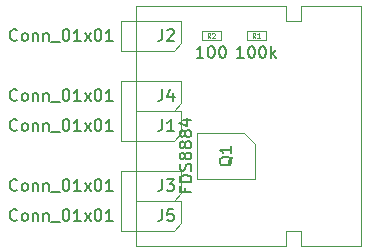
<source format=gbr>
%TF.GenerationSoftware,KiCad,Pcbnew,(5.1.9)-1*%
%TF.CreationDate,2021-04-16T00:55:01+02:00*%
%TF.ProjectId,13_TOR_N,31335f54-4f52-45f4-9e2e-6b696361645f,rev?*%
%TF.SameCoordinates,Original*%
%TF.FileFunction,Other,Fab,Top*%
%FSLAX46Y46*%
G04 Gerber Fmt 4.6, Leading zero omitted, Abs format (unit mm)*
G04 Created by KiCad (PCBNEW (5.1.9)-1) date 2021-04-16 00:55:01*
%MOMM*%
%LPD*%
G01*
G04 APERTURE LIST*
%TA.AperFunction,Profile*%
%ADD10C,0.050000*%
%TD*%
%ADD11C,0.100000*%
%ADD12C,0.120000*%
%ADD13C,0.150000*%
%ADD14C,0.060000*%
G04 APERTURE END LIST*
D10*
X115570000Y-60960000D02*
X120650000Y-60960000D01*
X115570000Y-62230000D02*
X115570000Y-60960000D01*
X114300000Y-62230000D02*
X115570000Y-62230000D01*
X114300000Y-60960000D02*
X114300000Y-62230000D01*
X115570000Y-81280000D02*
X120650000Y-81280000D01*
X115570000Y-80010000D02*
X115570000Y-81280000D01*
X114300000Y-80010000D02*
X115570000Y-80010000D01*
X114300000Y-81280000D02*
X114300000Y-80010000D01*
X101600000Y-62230000D02*
X101600000Y-60960000D01*
X100330000Y-62230000D02*
X101600000Y-62230000D01*
X100330000Y-64770000D02*
X100330000Y-62230000D01*
X101600000Y-64770000D02*
X100330000Y-64770000D01*
X100330000Y-72390000D02*
X100330000Y-67310000D01*
X101600000Y-72390000D02*
X100330000Y-72390000D01*
X101600000Y-74930000D02*
X101600000Y-72390000D01*
X100330000Y-74930000D02*
X101600000Y-74930000D01*
X120650000Y-60960000D02*
X120650000Y-81280000D01*
X101600000Y-60960000D02*
X114300000Y-60960000D01*
X101600000Y-80010000D02*
X101600000Y-81280000D01*
X100330000Y-80010000D02*
X101600000Y-80010000D01*
X101600000Y-64770000D02*
X101600000Y-67310000D01*
X101600000Y-67310000D02*
X100330000Y-67310000D01*
X114300000Y-81280000D02*
X101600000Y-81280000D01*
X100330000Y-80010000D02*
X100330000Y-74930000D01*
D11*
%TO.C,J1*%
X105410000Y-71755000D02*
X104775000Y-72390000D01*
X105410000Y-69850000D02*
X105410000Y-71755000D01*
X102870000Y-69850000D02*
X105410000Y-69850000D01*
X101600000Y-69850000D02*
X102870000Y-69850000D01*
X104775000Y-72390000D02*
X101600000Y-72390000D01*
D12*
X101600000Y-73025000D02*
X101600000Y-69215000D01*
%TO.C,J2*%
X101600000Y-65405000D02*
X101600000Y-61595000D01*
D11*
X104775000Y-64770000D02*
X101600000Y-64770000D01*
X101600000Y-62230000D02*
X102870000Y-62230000D01*
X102870000Y-62230000D02*
X105410000Y-62230000D01*
X105410000Y-62230000D02*
X105410000Y-64135000D01*
X105410000Y-64135000D02*
X104775000Y-64770000D01*
D12*
%TO.C,J3*%
X101600000Y-78105000D02*
X101600000Y-74295000D01*
D11*
X104775000Y-77470000D02*
X101600000Y-77470000D01*
X101600000Y-74930000D02*
X102870000Y-74930000D01*
X102870000Y-74930000D02*
X105410000Y-74930000D01*
X105410000Y-74930000D02*
X105410000Y-76835000D01*
X105410000Y-76835000D02*
X104775000Y-77470000D01*
%TO.C,R1*%
X110960000Y-63900000D02*
X110960000Y-63100000D01*
X110960000Y-63100000D02*
X112560000Y-63100000D01*
X112560000Y-63100000D02*
X112560000Y-63900000D01*
X112560000Y-63900000D02*
X110960000Y-63900000D01*
%TO.C,R2*%
X108750000Y-63900000D02*
X107150000Y-63900000D01*
X108750000Y-63100000D02*
X108750000Y-63900000D01*
X107150000Y-63100000D02*
X108750000Y-63100000D01*
X107150000Y-63900000D02*
X107150000Y-63100000D01*
%TO.C,J4*%
X105410000Y-69215000D02*
X104775000Y-69850000D01*
X105410000Y-67310000D02*
X105410000Y-69215000D01*
X102870000Y-67310000D02*
X105410000Y-67310000D01*
X101600000Y-67310000D02*
X102870000Y-67310000D01*
X104775000Y-69850000D02*
X101600000Y-69850000D01*
D12*
X101600000Y-70485000D02*
X101600000Y-66675000D01*
%TO.C,J5*%
X101600000Y-80645000D02*
X101600000Y-76835000D01*
D11*
X104775000Y-80010000D02*
X101600000Y-80010000D01*
X101600000Y-77470000D02*
X102870000Y-77470000D01*
X102870000Y-77470000D02*
X105410000Y-77470000D01*
X105410000Y-77470000D02*
X105410000Y-79375000D01*
X105410000Y-79375000D02*
X104775000Y-80010000D01*
%TO.C,Q1*%
X110695000Y-71710000D02*
X111670000Y-72685000D01*
X106770000Y-71710000D02*
X110695000Y-71710000D01*
X106770000Y-75610000D02*
X106770000Y-71710000D01*
X111670000Y-75610000D02*
X106770000Y-75610000D01*
X111670000Y-72685000D02*
X111670000Y-75610000D01*
%TD*%
%TO.C,J1*%
D13*
X91511904Y-71477142D02*
X91464285Y-71524761D01*
X91321428Y-71572380D01*
X91226190Y-71572380D01*
X91083333Y-71524761D01*
X90988095Y-71429523D01*
X90940476Y-71334285D01*
X90892857Y-71143809D01*
X90892857Y-71000952D01*
X90940476Y-70810476D01*
X90988095Y-70715238D01*
X91083333Y-70620000D01*
X91226190Y-70572380D01*
X91321428Y-70572380D01*
X91464285Y-70620000D01*
X91511904Y-70667619D01*
X92083333Y-71572380D02*
X91988095Y-71524761D01*
X91940476Y-71477142D01*
X91892857Y-71381904D01*
X91892857Y-71096190D01*
X91940476Y-71000952D01*
X91988095Y-70953333D01*
X92083333Y-70905714D01*
X92226190Y-70905714D01*
X92321428Y-70953333D01*
X92369047Y-71000952D01*
X92416666Y-71096190D01*
X92416666Y-71381904D01*
X92369047Y-71477142D01*
X92321428Y-71524761D01*
X92226190Y-71572380D01*
X92083333Y-71572380D01*
X92845238Y-70905714D02*
X92845238Y-71572380D01*
X92845238Y-71000952D02*
X92892857Y-70953333D01*
X92988095Y-70905714D01*
X93130952Y-70905714D01*
X93226190Y-70953333D01*
X93273809Y-71048571D01*
X93273809Y-71572380D01*
X93750000Y-70905714D02*
X93750000Y-71572380D01*
X93750000Y-71000952D02*
X93797619Y-70953333D01*
X93892857Y-70905714D01*
X94035714Y-70905714D01*
X94130952Y-70953333D01*
X94178571Y-71048571D01*
X94178571Y-71572380D01*
X94416666Y-71667619D02*
X95178571Y-71667619D01*
X95607142Y-70572380D02*
X95702380Y-70572380D01*
X95797619Y-70620000D01*
X95845238Y-70667619D01*
X95892857Y-70762857D01*
X95940476Y-70953333D01*
X95940476Y-71191428D01*
X95892857Y-71381904D01*
X95845238Y-71477142D01*
X95797619Y-71524761D01*
X95702380Y-71572380D01*
X95607142Y-71572380D01*
X95511904Y-71524761D01*
X95464285Y-71477142D01*
X95416666Y-71381904D01*
X95369047Y-71191428D01*
X95369047Y-70953333D01*
X95416666Y-70762857D01*
X95464285Y-70667619D01*
X95511904Y-70620000D01*
X95607142Y-70572380D01*
X96892857Y-71572380D02*
X96321428Y-71572380D01*
X96607142Y-71572380D02*
X96607142Y-70572380D01*
X96511904Y-70715238D01*
X96416666Y-70810476D01*
X96321428Y-70858095D01*
X97226190Y-71572380D02*
X97750000Y-70905714D01*
X97226190Y-70905714D02*
X97750000Y-71572380D01*
X98321428Y-70572380D02*
X98416666Y-70572380D01*
X98511904Y-70620000D01*
X98559523Y-70667619D01*
X98607142Y-70762857D01*
X98654761Y-70953333D01*
X98654761Y-71191428D01*
X98607142Y-71381904D01*
X98559523Y-71477142D01*
X98511904Y-71524761D01*
X98416666Y-71572380D01*
X98321428Y-71572380D01*
X98226190Y-71524761D01*
X98178571Y-71477142D01*
X98130952Y-71381904D01*
X98083333Y-71191428D01*
X98083333Y-70953333D01*
X98130952Y-70762857D01*
X98178571Y-70667619D01*
X98226190Y-70620000D01*
X98321428Y-70572380D01*
X99607142Y-71572380D02*
X99035714Y-71572380D01*
X99321428Y-71572380D02*
X99321428Y-70572380D01*
X99226190Y-70715238D01*
X99130952Y-70810476D01*
X99035714Y-70858095D01*
X103806666Y-70572380D02*
X103806666Y-71286666D01*
X103759047Y-71429523D01*
X103663809Y-71524761D01*
X103520952Y-71572380D01*
X103425714Y-71572380D01*
X104806666Y-71572380D02*
X104235238Y-71572380D01*
X104520952Y-71572380D02*
X104520952Y-70572380D01*
X104425714Y-70715238D01*
X104330476Y-70810476D01*
X104235238Y-70858095D01*
%TO.C,J2*%
X91511904Y-63857142D02*
X91464285Y-63904761D01*
X91321428Y-63952380D01*
X91226190Y-63952380D01*
X91083333Y-63904761D01*
X90988095Y-63809523D01*
X90940476Y-63714285D01*
X90892857Y-63523809D01*
X90892857Y-63380952D01*
X90940476Y-63190476D01*
X90988095Y-63095238D01*
X91083333Y-63000000D01*
X91226190Y-62952380D01*
X91321428Y-62952380D01*
X91464285Y-63000000D01*
X91511904Y-63047619D01*
X92083333Y-63952380D02*
X91988095Y-63904761D01*
X91940476Y-63857142D01*
X91892857Y-63761904D01*
X91892857Y-63476190D01*
X91940476Y-63380952D01*
X91988095Y-63333333D01*
X92083333Y-63285714D01*
X92226190Y-63285714D01*
X92321428Y-63333333D01*
X92369047Y-63380952D01*
X92416666Y-63476190D01*
X92416666Y-63761904D01*
X92369047Y-63857142D01*
X92321428Y-63904761D01*
X92226190Y-63952380D01*
X92083333Y-63952380D01*
X92845238Y-63285714D02*
X92845238Y-63952380D01*
X92845238Y-63380952D02*
X92892857Y-63333333D01*
X92988095Y-63285714D01*
X93130952Y-63285714D01*
X93226190Y-63333333D01*
X93273809Y-63428571D01*
X93273809Y-63952380D01*
X93750000Y-63285714D02*
X93750000Y-63952380D01*
X93750000Y-63380952D02*
X93797619Y-63333333D01*
X93892857Y-63285714D01*
X94035714Y-63285714D01*
X94130952Y-63333333D01*
X94178571Y-63428571D01*
X94178571Y-63952380D01*
X94416666Y-64047619D02*
X95178571Y-64047619D01*
X95607142Y-62952380D02*
X95702380Y-62952380D01*
X95797619Y-63000000D01*
X95845238Y-63047619D01*
X95892857Y-63142857D01*
X95940476Y-63333333D01*
X95940476Y-63571428D01*
X95892857Y-63761904D01*
X95845238Y-63857142D01*
X95797619Y-63904761D01*
X95702380Y-63952380D01*
X95607142Y-63952380D01*
X95511904Y-63904761D01*
X95464285Y-63857142D01*
X95416666Y-63761904D01*
X95369047Y-63571428D01*
X95369047Y-63333333D01*
X95416666Y-63142857D01*
X95464285Y-63047619D01*
X95511904Y-63000000D01*
X95607142Y-62952380D01*
X96892857Y-63952380D02*
X96321428Y-63952380D01*
X96607142Y-63952380D02*
X96607142Y-62952380D01*
X96511904Y-63095238D01*
X96416666Y-63190476D01*
X96321428Y-63238095D01*
X97226190Y-63952380D02*
X97750000Y-63285714D01*
X97226190Y-63285714D02*
X97750000Y-63952380D01*
X98321428Y-62952380D02*
X98416666Y-62952380D01*
X98511904Y-63000000D01*
X98559523Y-63047619D01*
X98607142Y-63142857D01*
X98654761Y-63333333D01*
X98654761Y-63571428D01*
X98607142Y-63761904D01*
X98559523Y-63857142D01*
X98511904Y-63904761D01*
X98416666Y-63952380D01*
X98321428Y-63952380D01*
X98226190Y-63904761D01*
X98178571Y-63857142D01*
X98130952Y-63761904D01*
X98083333Y-63571428D01*
X98083333Y-63333333D01*
X98130952Y-63142857D01*
X98178571Y-63047619D01*
X98226190Y-63000000D01*
X98321428Y-62952380D01*
X99607142Y-63952380D02*
X99035714Y-63952380D01*
X99321428Y-63952380D02*
X99321428Y-62952380D01*
X99226190Y-63095238D01*
X99130952Y-63190476D01*
X99035714Y-63238095D01*
X103806666Y-62952380D02*
X103806666Y-63666666D01*
X103759047Y-63809523D01*
X103663809Y-63904761D01*
X103520952Y-63952380D01*
X103425714Y-63952380D01*
X104235238Y-63047619D02*
X104282857Y-63000000D01*
X104378095Y-62952380D01*
X104616190Y-62952380D01*
X104711428Y-63000000D01*
X104759047Y-63047619D01*
X104806666Y-63142857D01*
X104806666Y-63238095D01*
X104759047Y-63380952D01*
X104187619Y-63952380D01*
X104806666Y-63952380D01*
%TO.C,J3*%
X91511904Y-76557142D02*
X91464285Y-76604761D01*
X91321428Y-76652380D01*
X91226190Y-76652380D01*
X91083333Y-76604761D01*
X90988095Y-76509523D01*
X90940476Y-76414285D01*
X90892857Y-76223809D01*
X90892857Y-76080952D01*
X90940476Y-75890476D01*
X90988095Y-75795238D01*
X91083333Y-75700000D01*
X91226190Y-75652380D01*
X91321428Y-75652380D01*
X91464285Y-75700000D01*
X91511904Y-75747619D01*
X92083333Y-76652380D02*
X91988095Y-76604761D01*
X91940476Y-76557142D01*
X91892857Y-76461904D01*
X91892857Y-76176190D01*
X91940476Y-76080952D01*
X91988095Y-76033333D01*
X92083333Y-75985714D01*
X92226190Y-75985714D01*
X92321428Y-76033333D01*
X92369047Y-76080952D01*
X92416666Y-76176190D01*
X92416666Y-76461904D01*
X92369047Y-76557142D01*
X92321428Y-76604761D01*
X92226190Y-76652380D01*
X92083333Y-76652380D01*
X92845238Y-75985714D02*
X92845238Y-76652380D01*
X92845238Y-76080952D02*
X92892857Y-76033333D01*
X92988095Y-75985714D01*
X93130952Y-75985714D01*
X93226190Y-76033333D01*
X93273809Y-76128571D01*
X93273809Y-76652380D01*
X93750000Y-75985714D02*
X93750000Y-76652380D01*
X93750000Y-76080952D02*
X93797619Y-76033333D01*
X93892857Y-75985714D01*
X94035714Y-75985714D01*
X94130952Y-76033333D01*
X94178571Y-76128571D01*
X94178571Y-76652380D01*
X94416666Y-76747619D02*
X95178571Y-76747619D01*
X95607142Y-75652380D02*
X95702380Y-75652380D01*
X95797619Y-75700000D01*
X95845238Y-75747619D01*
X95892857Y-75842857D01*
X95940476Y-76033333D01*
X95940476Y-76271428D01*
X95892857Y-76461904D01*
X95845238Y-76557142D01*
X95797619Y-76604761D01*
X95702380Y-76652380D01*
X95607142Y-76652380D01*
X95511904Y-76604761D01*
X95464285Y-76557142D01*
X95416666Y-76461904D01*
X95369047Y-76271428D01*
X95369047Y-76033333D01*
X95416666Y-75842857D01*
X95464285Y-75747619D01*
X95511904Y-75700000D01*
X95607142Y-75652380D01*
X96892857Y-76652380D02*
X96321428Y-76652380D01*
X96607142Y-76652380D02*
X96607142Y-75652380D01*
X96511904Y-75795238D01*
X96416666Y-75890476D01*
X96321428Y-75938095D01*
X97226190Y-76652380D02*
X97750000Y-75985714D01*
X97226190Y-75985714D02*
X97750000Y-76652380D01*
X98321428Y-75652380D02*
X98416666Y-75652380D01*
X98511904Y-75700000D01*
X98559523Y-75747619D01*
X98607142Y-75842857D01*
X98654761Y-76033333D01*
X98654761Y-76271428D01*
X98607142Y-76461904D01*
X98559523Y-76557142D01*
X98511904Y-76604761D01*
X98416666Y-76652380D01*
X98321428Y-76652380D01*
X98226190Y-76604761D01*
X98178571Y-76557142D01*
X98130952Y-76461904D01*
X98083333Y-76271428D01*
X98083333Y-76033333D01*
X98130952Y-75842857D01*
X98178571Y-75747619D01*
X98226190Y-75700000D01*
X98321428Y-75652380D01*
X99607142Y-76652380D02*
X99035714Y-76652380D01*
X99321428Y-76652380D02*
X99321428Y-75652380D01*
X99226190Y-75795238D01*
X99130952Y-75890476D01*
X99035714Y-75938095D01*
X103806666Y-75652380D02*
X103806666Y-76366666D01*
X103759047Y-76509523D01*
X103663809Y-76604761D01*
X103520952Y-76652380D01*
X103425714Y-76652380D01*
X104187619Y-75652380D02*
X104806666Y-75652380D01*
X104473333Y-76033333D01*
X104616190Y-76033333D01*
X104711428Y-76080952D01*
X104759047Y-76128571D01*
X104806666Y-76223809D01*
X104806666Y-76461904D01*
X104759047Y-76557142D01*
X104711428Y-76604761D01*
X104616190Y-76652380D01*
X104330476Y-76652380D01*
X104235238Y-76604761D01*
X104187619Y-76557142D01*
%TO.C,R1*%
X110688571Y-65382380D02*
X110117142Y-65382380D01*
X110402857Y-65382380D02*
X110402857Y-64382380D01*
X110307619Y-64525238D01*
X110212380Y-64620476D01*
X110117142Y-64668095D01*
X111307619Y-64382380D02*
X111402857Y-64382380D01*
X111498095Y-64430000D01*
X111545714Y-64477619D01*
X111593333Y-64572857D01*
X111640952Y-64763333D01*
X111640952Y-65001428D01*
X111593333Y-65191904D01*
X111545714Y-65287142D01*
X111498095Y-65334761D01*
X111402857Y-65382380D01*
X111307619Y-65382380D01*
X111212380Y-65334761D01*
X111164761Y-65287142D01*
X111117142Y-65191904D01*
X111069523Y-65001428D01*
X111069523Y-64763333D01*
X111117142Y-64572857D01*
X111164761Y-64477619D01*
X111212380Y-64430000D01*
X111307619Y-64382380D01*
X112260000Y-64382380D02*
X112355238Y-64382380D01*
X112450476Y-64430000D01*
X112498095Y-64477619D01*
X112545714Y-64572857D01*
X112593333Y-64763333D01*
X112593333Y-65001428D01*
X112545714Y-65191904D01*
X112498095Y-65287142D01*
X112450476Y-65334761D01*
X112355238Y-65382380D01*
X112260000Y-65382380D01*
X112164761Y-65334761D01*
X112117142Y-65287142D01*
X112069523Y-65191904D01*
X112021904Y-65001428D01*
X112021904Y-64763333D01*
X112069523Y-64572857D01*
X112117142Y-64477619D01*
X112164761Y-64430000D01*
X112260000Y-64382380D01*
X113021904Y-65382380D02*
X113021904Y-64382380D01*
X113117142Y-65001428D02*
X113402857Y-65382380D01*
X113402857Y-64715714D02*
X113021904Y-65096666D01*
D14*
X111693333Y-63680952D02*
X111560000Y-63490476D01*
X111464761Y-63680952D02*
X111464761Y-63280952D01*
X111617142Y-63280952D01*
X111655238Y-63300000D01*
X111674285Y-63319047D01*
X111693333Y-63357142D01*
X111693333Y-63414285D01*
X111674285Y-63452380D01*
X111655238Y-63471428D01*
X111617142Y-63490476D01*
X111464761Y-63490476D01*
X112074285Y-63680952D02*
X111845714Y-63680952D01*
X111960000Y-63680952D02*
X111960000Y-63280952D01*
X111921904Y-63338095D01*
X111883809Y-63376190D01*
X111845714Y-63395238D01*
%TO.C,R2*%
D13*
X107283333Y-65382380D02*
X106711904Y-65382380D01*
X106997619Y-65382380D02*
X106997619Y-64382380D01*
X106902380Y-64525238D01*
X106807142Y-64620476D01*
X106711904Y-64668095D01*
X107902380Y-64382380D02*
X107997619Y-64382380D01*
X108092857Y-64430000D01*
X108140476Y-64477619D01*
X108188095Y-64572857D01*
X108235714Y-64763333D01*
X108235714Y-65001428D01*
X108188095Y-65191904D01*
X108140476Y-65287142D01*
X108092857Y-65334761D01*
X107997619Y-65382380D01*
X107902380Y-65382380D01*
X107807142Y-65334761D01*
X107759523Y-65287142D01*
X107711904Y-65191904D01*
X107664285Y-65001428D01*
X107664285Y-64763333D01*
X107711904Y-64572857D01*
X107759523Y-64477619D01*
X107807142Y-64430000D01*
X107902380Y-64382380D01*
X108854761Y-64382380D02*
X108950000Y-64382380D01*
X109045238Y-64430000D01*
X109092857Y-64477619D01*
X109140476Y-64572857D01*
X109188095Y-64763333D01*
X109188095Y-65001428D01*
X109140476Y-65191904D01*
X109092857Y-65287142D01*
X109045238Y-65334761D01*
X108950000Y-65382380D01*
X108854761Y-65382380D01*
X108759523Y-65334761D01*
X108711904Y-65287142D01*
X108664285Y-65191904D01*
X108616666Y-65001428D01*
X108616666Y-64763333D01*
X108664285Y-64572857D01*
X108711904Y-64477619D01*
X108759523Y-64430000D01*
X108854761Y-64382380D01*
D14*
X107883333Y-63680952D02*
X107750000Y-63490476D01*
X107654761Y-63680952D02*
X107654761Y-63280952D01*
X107807142Y-63280952D01*
X107845238Y-63300000D01*
X107864285Y-63319047D01*
X107883333Y-63357142D01*
X107883333Y-63414285D01*
X107864285Y-63452380D01*
X107845238Y-63471428D01*
X107807142Y-63490476D01*
X107654761Y-63490476D01*
X108035714Y-63319047D02*
X108054761Y-63300000D01*
X108092857Y-63280952D01*
X108188095Y-63280952D01*
X108226190Y-63300000D01*
X108245238Y-63319047D01*
X108264285Y-63357142D01*
X108264285Y-63395238D01*
X108245238Y-63452380D01*
X108016666Y-63680952D01*
X108264285Y-63680952D01*
%TO.C,J4*%
D13*
X91511904Y-68937142D02*
X91464285Y-68984761D01*
X91321428Y-69032380D01*
X91226190Y-69032380D01*
X91083333Y-68984761D01*
X90988095Y-68889523D01*
X90940476Y-68794285D01*
X90892857Y-68603809D01*
X90892857Y-68460952D01*
X90940476Y-68270476D01*
X90988095Y-68175238D01*
X91083333Y-68080000D01*
X91226190Y-68032380D01*
X91321428Y-68032380D01*
X91464285Y-68080000D01*
X91511904Y-68127619D01*
X92083333Y-69032380D02*
X91988095Y-68984761D01*
X91940476Y-68937142D01*
X91892857Y-68841904D01*
X91892857Y-68556190D01*
X91940476Y-68460952D01*
X91988095Y-68413333D01*
X92083333Y-68365714D01*
X92226190Y-68365714D01*
X92321428Y-68413333D01*
X92369047Y-68460952D01*
X92416666Y-68556190D01*
X92416666Y-68841904D01*
X92369047Y-68937142D01*
X92321428Y-68984761D01*
X92226190Y-69032380D01*
X92083333Y-69032380D01*
X92845238Y-68365714D02*
X92845238Y-69032380D01*
X92845238Y-68460952D02*
X92892857Y-68413333D01*
X92988095Y-68365714D01*
X93130952Y-68365714D01*
X93226190Y-68413333D01*
X93273809Y-68508571D01*
X93273809Y-69032380D01*
X93750000Y-68365714D02*
X93750000Y-69032380D01*
X93750000Y-68460952D02*
X93797619Y-68413333D01*
X93892857Y-68365714D01*
X94035714Y-68365714D01*
X94130952Y-68413333D01*
X94178571Y-68508571D01*
X94178571Y-69032380D01*
X94416666Y-69127619D02*
X95178571Y-69127619D01*
X95607142Y-68032380D02*
X95702380Y-68032380D01*
X95797619Y-68080000D01*
X95845238Y-68127619D01*
X95892857Y-68222857D01*
X95940476Y-68413333D01*
X95940476Y-68651428D01*
X95892857Y-68841904D01*
X95845238Y-68937142D01*
X95797619Y-68984761D01*
X95702380Y-69032380D01*
X95607142Y-69032380D01*
X95511904Y-68984761D01*
X95464285Y-68937142D01*
X95416666Y-68841904D01*
X95369047Y-68651428D01*
X95369047Y-68413333D01*
X95416666Y-68222857D01*
X95464285Y-68127619D01*
X95511904Y-68080000D01*
X95607142Y-68032380D01*
X96892857Y-69032380D02*
X96321428Y-69032380D01*
X96607142Y-69032380D02*
X96607142Y-68032380D01*
X96511904Y-68175238D01*
X96416666Y-68270476D01*
X96321428Y-68318095D01*
X97226190Y-69032380D02*
X97750000Y-68365714D01*
X97226190Y-68365714D02*
X97750000Y-69032380D01*
X98321428Y-68032380D02*
X98416666Y-68032380D01*
X98511904Y-68080000D01*
X98559523Y-68127619D01*
X98607142Y-68222857D01*
X98654761Y-68413333D01*
X98654761Y-68651428D01*
X98607142Y-68841904D01*
X98559523Y-68937142D01*
X98511904Y-68984761D01*
X98416666Y-69032380D01*
X98321428Y-69032380D01*
X98226190Y-68984761D01*
X98178571Y-68937142D01*
X98130952Y-68841904D01*
X98083333Y-68651428D01*
X98083333Y-68413333D01*
X98130952Y-68222857D01*
X98178571Y-68127619D01*
X98226190Y-68080000D01*
X98321428Y-68032380D01*
X99607142Y-69032380D02*
X99035714Y-69032380D01*
X99321428Y-69032380D02*
X99321428Y-68032380D01*
X99226190Y-68175238D01*
X99130952Y-68270476D01*
X99035714Y-68318095D01*
X103806666Y-68032380D02*
X103806666Y-68746666D01*
X103759047Y-68889523D01*
X103663809Y-68984761D01*
X103520952Y-69032380D01*
X103425714Y-69032380D01*
X104711428Y-68365714D02*
X104711428Y-69032380D01*
X104473333Y-67984761D02*
X104235238Y-68699047D01*
X104854285Y-68699047D01*
%TO.C,J5*%
X91511904Y-79097142D02*
X91464285Y-79144761D01*
X91321428Y-79192380D01*
X91226190Y-79192380D01*
X91083333Y-79144761D01*
X90988095Y-79049523D01*
X90940476Y-78954285D01*
X90892857Y-78763809D01*
X90892857Y-78620952D01*
X90940476Y-78430476D01*
X90988095Y-78335238D01*
X91083333Y-78240000D01*
X91226190Y-78192380D01*
X91321428Y-78192380D01*
X91464285Y-78240000D01*
X91511904Y-78287619D01*
X92083333Y-79192380D02*
X91988095Y-79144761D01*
X91940476Y-79097142D01*
X91892857Y-79001904D01*
X91892857Y-78716190D01*
X91940476Y-78620952D01*
X91988095Y-78573333D01*
X92083333Y-78525714D01*
X92226190Y-78525714D01*
X92321428Y-78573333D01*
X92369047Y-78620952D01*
X92416666Y-78716190D01*
X92416666Y-79001904D01*
X92369047Y-79097142D01*
X92321428Y-79144761D01*
X92226190Y-79192380D01*
X92083333Y-79192380D01*
X92845238Y-78525714D02*
X92845238Y-79192380D01*
X92845238Y-78620952D02*
X92892857Y-78573333D01*
X92988095Y-78525714D01*
X93130952Y-78525714D01*
X93226190Y-78573333D01*
X93273809Y-78668571D01*
X93273809Y-79192380D01*
X93750000Y-78525714D02*
X93750000Y-79192380D01*
X93750000Y-78620952D02*
X93797619Y-78573333D01*
X93892857Y-78525714D01*
X94035714Y-78525714D01*
X94130952Y-78573333D01*
X94178571Y-78668571D01*
X94178571Y-79192380D01*
X94416666Y-79287619D02*
X95178571Y-79287619D01*
X95607142Y-78192380D02*
X95702380Y-78192380D01*
X95797619Y-78240000D01*
X95845238Y-78287619D01*
X95892857Y-78382857D01*
X95940476Y-78573333D01*
X95940476Y-78811428D01*
X95892857Y-79001904D01*
X95845238Y-79097142D01*
X95797619Y-79144761D01*
X95702380Y-79192380D01*
X95607142Y-79192380D01*
X95511904Y-79144761D01*
X95464285Y-79097142D01*
X95416666Y-79001904D01*
X95369047Y-78811428D01*
X95369047Y-78573333D01*
X95416666Y-78382857D01*
X95464285Y-78287619D01*
X95511904Y-78240000D01*
X95607142Y-78192380D01*
X96892857Y-79192380D02*
X96321428Y-79192380D01*
X96607142Y-79192380D02*
X96607142Y-78192380D01*
X96511904Y-78335238D01*
X96416666Y-78430476D01*
X96321428Y-78478095D01*
X97226190Y-79192380D02*
X97750000Y-78525714D01*
X97226190Y-78525714D02*
X97750000Y-79192380D01*
X98321428Y-78192380D02*
X98416666Y-78192380D01*
X98511904Y-78240000D01*
X98559523Y-78287619D01*
X98607142Y-78382857D01*
X98654761Y-78573333D01*
X98654761Y-78811428D01*
X98607142Y-79001904D01*
X98559523Y-79097142D01*
X98511904Y-79144761D01*
X98416666Y-79192380D01*
X98321428Y-79192380D01*
X98226190Y-79144761D01*
X98178571Y-79097142D01*
X98130952Y-79001904D01*
X98083333Y-78811428D01*
X98083333Y-78573333D01*
X98130952Y-78382857D01*
X98178571Y-78287619D01*
X98226190Y-78240000D01*
X98321428Y-78192380D01*
X99607142Y-79192380D02*
X99035714Y-79192380D01*
X99321428Y-79192380D02*
X99321428Y-78192380D01*
X99226190Y-78335238D01*
X99130952Y-78430476D01*
X99035714Y-78478095D01*
X103806666Y-78192380D02*
X103806666Y-78906666D01*
X103759047Y-79049523D01*
X103663809Y-79144761D01*
X103520952Y-79192380D01*
X103425714Y-79192380D01*
X104759047Y-78192380D02*
X104282857Y-78192380D01*
X104235238Y-78668571D01*
X104282857Y-78620952D01*
X104378095Y-78573333D01*
X104616190Y-78573333D01*
X104711428Y-78620952D01*
X104759047Y-78668571D01*
X104806666Y-78763809D01*
X104806666Y-79001904D01*
X104759047Y-79097142D01*
X104711428Y-79144761D01*
X104616190Y-79192380D01*
X104378095Y-79192380D01*
X104282857Y-79144761D01*
X104235238Y-79097142D01*
%TO.C,Q1*%
X105748571Y-76398095D02*
X105748571Y-76731428D01*
X106272380Y-76731428D02*
X105272380Y-76731428D01*
X105272380Y-76255238D01*
X106272380Y-75874285D02*
X105272380Y-75874285D01*
X105272380Y-75636190D01*
X105320000Y-75493333D01*
X105415238Y-75398095D01*
X105510476Y-75350476D01*
X105700952Y-75302857D01*
X105843809Y-75302857D01*
X106034285Y-75350476D01*
X106129523Y-75398095D01*
X106224761Y-75493333D01*
X106272380Y-75636190D01*
X106272380Y-75874285D01*
X106224761Y-74921904D02*
X106272380Y-74779047D01*
X106272380Y-74540952D01*
X106224761Y-74445714D01*
X106177142Y-74398095D01*
X106081904Y-74350476D01*
X105986666Y-74350476D01*
X105891428Y-74398095D01*
X105843809Y-74445714D01*
X105796190Y-74540952D01*
X105748571Y-74731428D01*
X105700952Y-74826666D01*
X105653333Y-74874285D01*
X105558095Y-74921904D01*
X105462857Y-74921904D01*
X105367619Y-74874285D01*
X105320000Y-74826666D01*
X105272380Y-74731428D01*
X105272380Y-74493333D01*
X105320000Y-74350476D01*
X105700952Y-73779047D02*
X105653333Y-73874285D01*
X105605714Y-73921904D01*
X105510476Y-73969523D01*
X105462857Y-73969523D01*
X105367619Y-73921904D01*
X105320000Y-73874285D01*
X105272380Y-73779047D01*
X105272380Y-73588571D01*
X105320000Y-73493333D01*
X105367619Y-73445714D01*
X105462857Y-73398095D01*
X105510476Y-73398095D01*
X105605714Y-73445714D01*
X105653333Y-73493333D01*
X105700952Y-73588571D01*
X105700952Y-73779047D01*
X105748571Y-73874285D01*
X105796190Y-73921904D01*
X105891428Y-73969523D01*
X106081904Y-73969523D01*
X106177142Y-73921904D01*
X106224761Y-73874285D01*
X106272380Y-73779047D01*
X106272380Y-73588571D01*
X106224761Y-73493333D01*
X106177142Y-73445714D01*
X106081904Y-73398095D01*
X105891428Y-73398095D01*
X105796190Y-73445714D01*
X105748571Y-73493333D01*
X105700952Y-73588571D01*
X105700952Y-72826666D02*
X105653333Y-72921904D01*
X105605714Y-72969523D01*
X105510476Y-73017142D01*
X105462857Y-73017142D01*
X105367619Y-72969523D01*
X105320000Y-72921904D01*
X105272380Y-72826666D01*
X105272380Y-72636190D01*
X105320000Y-72540952D01*
X105367619Y-72493333D01*
X105462857Y-72445714D01*
X105510476Y-72445714D01*
X105605714Y-72493333D01*
X105653333Y-72540952D01*
X105700952Y-72636190D01*
X105700952Y-72826666D01*
X105748571Y-72921904D01*
X105796190Y-72969523D01*
X105891428Y-73017142D01*
X106081904Y-73017142D01*
X106177142Y-72969523D01*
X106224761Y-72921904D01*
X106272380Y-72826666D01*
X106272380Y-72636190D01*
X106224761Y-72540952D01*
X106177142Y-72493333D01*
X106081904Y-72445714D01*
X105891428Y-72445714D01*
X105796190Y-72493333D01*
X105748571Y-72540952D01*
X105700952Y-72636190D01*
X105700952Y-71874285D02*
X105653333Y-71969523D01*
X105605714Y-72017142D01*
X105510476Y-72064761D01*
X105462857Y-72064761D01*
X105367619Y-72017142D01*
X105320000Y-71969523D01*
X105272380Y-71874285D01*
X105272380Y-71683809D01*
X105320000Y-71588571D01*
X105367619Y-71540952D01*
X105462857Y-71493333D01*
X105510476Y-71493333D01*
X105605714Y-71540952D01*
X105653333Y-71588571D01*
X105700952Y-71683809D01*
X105700952Y-71874285D01*
X105748571Y-71969523D01*
X105796190Y-72017142D01*
X105891428Y-72064761D01*
X106081904Y-72064761D01*
X106177142Y-72017142D01*
X106224761Y-71969523D01*
X106272380Y-71874285D01*
X106272380Y-71683809D01*
X106224761Y-71588571D01*
X106177142Y-71540952D01*
X106081904Y-71493333D01*
X105891428Y-71493333D01*
X105796190Y-71540952D01*
X105748571Y-71588571D01*
X105700952Y-71683809D01*
X105605714Y-70636190D02*
X106272380Y-70636190D01*
X105224761Y-70874285D02*
X105939047Y-71112380D01*
X105939047Y-70493333D01*
X109756666Y-73753333D02*
X109710000Y-73846666D01*
X109616666Y-73940000D01*
X109476666Y-74080000D01*
X109430000Y-74173333D01*
X109430000Y-74266666D01*
X109663333Y-74220000D02*
X109616666Y-74313333D01*
X109523333Y-74406666D01*
X109336666Y-74453333D01*
X109010000Y-74453333D01*
X108823333Y-74406666D01*
X108730000Y-74313333D01*
X108683333Y-74220000D01*
X108683333Y-74033333D01*
X108730000Y-73940000D01*
X108823333Y-73846666D01*
X109010000Y-73800000D01*
X109336666Y-73800000D01*
X109523333Y-73846666D01*
X109616666Y-73940000D01*
X109663333Y-74033333D01*
X109663333Y-74220000D01*
X109663333Y-72866666D02*
X109663333Y-73426666D01*
X109663333Y-73146666D02*
X108683333Y-73146666D01*
X108823333Y-73240000D01*
X108916666Y-73333333D01*
X108963333Y-73426666D01*
%TD*%
M02*

</source>
